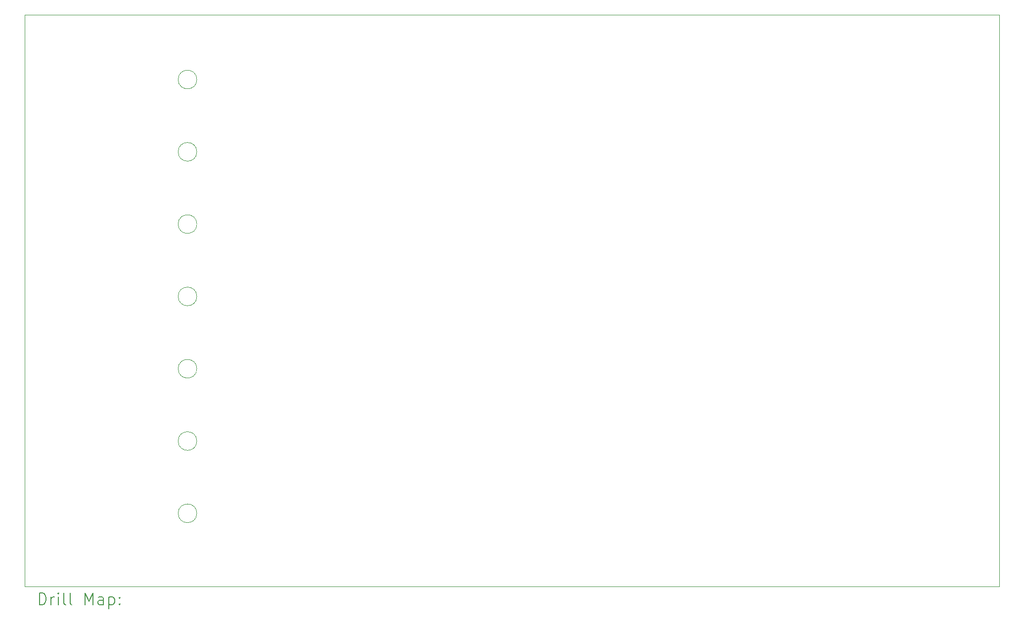
<source format=gbr>
%TF.GenerationSoftware,KiCad,Pcbnew,(6.0.8-1)-1*%
%TF.CreationDate,2023-06-16T18:56:44-04:00*%
%TF.ProjectId,Untitled,556e7469-746c-4656-942e-6b696361645f,rev?*%
%TF.SameCoordinates,Original*%
%TF.FileFunction,Drillmap*%
%TF.FilePolarity,Positive*%
%FSLAX45Y45*%
G04 Gerber Fmt 4.5, Leading zero omitted, Abs format (unit mm)*
G04 Created by KiCad (PCBNEW (6.0.8-1)-1) date 2023-06-16 18:56:44*
%MOMM*%
%LPD*%
G01*
G04 APERTURE LIST*
%ADD10C,0.100000*%
%ADD11C,0.200000*%
G04 APERTURE END LIST*
D10*
X7520000Y-5640000D02*
G75*
G03*
X7520000Y-5640000I-160000J0D01*
G01*
X7520000Y-11840000D02*
G75*
G03*
X7520000Y-11840000I-160000J0D01*
G01*
X7520000Y-10600000D02*
G75*
G03*
X7520000Y-10600000I-160000J0D01*
G01*
X4572000Y-3292000D02*
X21264000Y-3292000D01*
X21264000Y-3292000D02*
X21264000Y-13091000D01*
X21264000Y-13091000D02*
X4572000Y-13091000D01*
X4572000Y-13091000D02*
X4572000Y-3292000D01*
X7520000Y-6880000D02*
G75*
G03*
X7520000Y-6880000I-160000J0D01*
G01*
X7520000Y-8120000D02*
G75*
G03*
X7520000Y-8120000I-160000J0D01*
G01*
X7520000Y-9360000D02*
G75*
G03*
X7520000Y-9360000I-160000J0D01*
G01*
X7520000Y-4400000D02*
G75*
G03*
X7520000Y-4400000I-160000J0D01*
G01*
D11*
X4824619Y-13406476D02*
X4824619Y-13206476D01*
X4872238Y-13206476D01*
X4900810Y-13216000D01*
X4919857Y-13235048D01*
X4929381Y-13254095D01*
X4938905Y-13292190D01*
X4938905Y-13320762D01*
X4929381Y-13358857D01*
X4919857Y-13377905D01*
X4900810Y-13396952D01*
X4872238Y-13406476D01*
X4824619Y-13406476D01*
X5024619Y-13406476D02*
X5024619Y-13273143D01*
X5024619Y-13311238D02*
X5034143Y-13292190D01*
X5043667Y-13282667D01*
X5062714Y-13273143D01*
X5081762Y-13273143D01*
X5148429Y-13406476D02*
X5148429Y-13273143D01*
X5148429Y-13206476D02*
X5138905Y-13216000D01*
X5148429Y-13225524D01*
X5157952Y-13216000D01*
X5148429Y-13206476D01*
X5148429Y-13225524D01*
X5272238Y-13406476D02*
X5253190Y-13396952D01*
X5243667Y-13377905D01*
X5243667Y-13206476D01*
X5377000Y-13406476D02*
X5357952Y-13396952D01*
X5348429Y-13377905D01*
X5348429Y-13206476D01*
X5605571Y-13406476D02*
X5605571Y-13206476D01*
X5672238Y-13349333D01*
X5738905Y-13206476D01*
X5738905Y-13406476D01*
X5919857Y-13406476D02*
X5919857Y-13301714D01*
X5910333Y-13282667D01*
X5891286Y-13273143D01*
X5853190Y-13273143D01*
X5834143Y-13282667D01*
X5919857Y-13396952D02*
X5900809Y-13406476D01*
X5853190Y-13406476D01*
X5834143Y-13396952D01*
X5824619Y-13377905D01*
X5824619Y-13358857D01*
X5834143Y-13339809D01*
X5853190Y-13330286D01*
X5900809Y-13330286D01*
X5919857Y-13320762D01*
X6015095Y-13273143D02*
X6015095Y-13473143D01*
X6015095Y-13282667D02*
X6034143Y-13273143D01*
X6072238Y-13273143D01*
X6091286Y-13282667D01*
X6100809Y-13292190D01*
X6110333Y-13311238D01*
X6110333Y-13368381D01*
X6100809Y-13387428D01*
X6091286Y-13396952D01*
X6072238Y-13406476D01*
X6034143Y-13406476D01*
X6015095Y-13396952D01*
X6196048Y-13387428D02*
X6205571Y-13396952D01*
X6196048Y-13406476D01*
X6186524Y-13396952D01*
X6196048Y-13387428D01*
X6196048Y-13406476D01*
X6196048Y-13282667D02*
X6205571Y-13292190D01*
X6196048Y-13301714D01*
X6186524Y-13292190D01*
X6196048Y-13282667D01*
X6196048Y-13301714D01*
M02*

</source>
